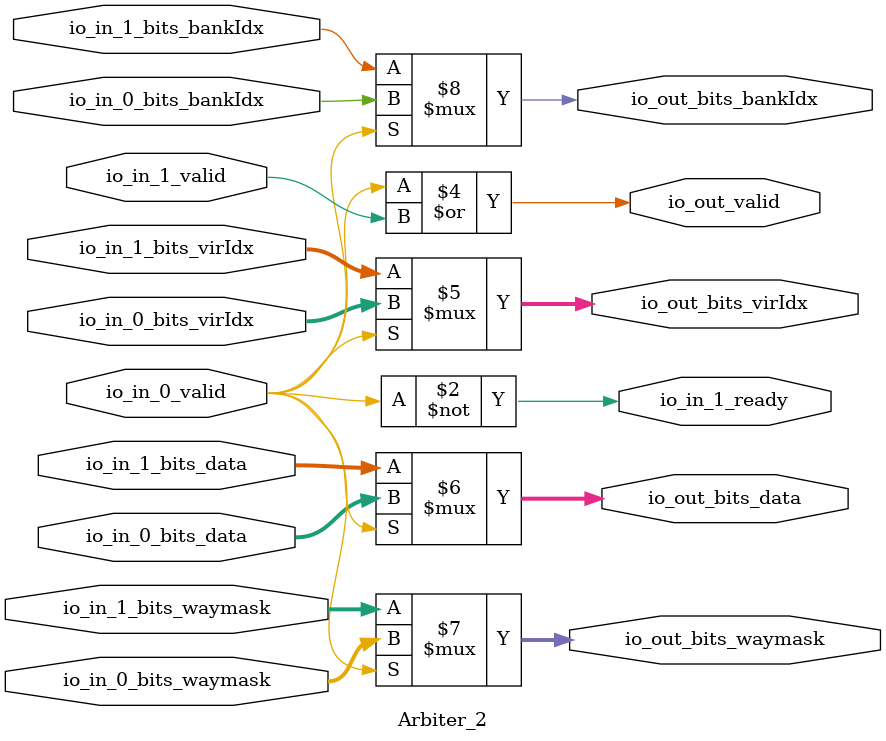
<source format=v>
module Arbiter_2(
  input          io_in_0_valid,
  input  [5:0]   io_in_0_bits_virIdx,
  input  [511:0] io_in_0_bits_data,
  input  [7:0]   io_in_0_bits_waymask,
  input          io_in_0_bits_bankIdx,
  output         io_in_1_ready,
  input          io_in_1_valid,
  input  [5:0]   io_in_1_bits_virIdx,
  input  [511:0] io_in_1_bits_data,
  input  [7:0]   io_in_1_bits_waymask,
  input          io_in_1_bits_bankIdx,
  output         io_out_valid,
  output [5:0]   io_out_bits_virIdx,
  output [511:0] io_out_bits_data,
  output [7:0]   io_out_bits_waymask,
  output         io_out_bits_bankIdx
);
  wire  grant_1 = ~io_in_0_valid; // @[Arbiter.scala 46:78]
  assign io_in_1_ready = ~io_in_0_valid; // @[Arbiter.scala 46:78]
  assign io_out_valid = ~grant_1 | io_in_1_valid; // @[Arbiter.scala 150:31]
  assign io_out_bits_virIdx = io_in_0_valid ? io_in_0_bits_virIdx : io_in_1_bits_virIdx; // @[Arbiter.scala 139:15 141:26 143:19]
  assign io_out_bits_data = io_in_0_valid ? io_in_0_bits_data : io_in_1_bits_data; // @[Arbiter.scala 139:15 141:26 143:19]
  assign io_out_bits_waymask = io_in_0_valid ? io_in_0_bits_waymask : io_in_1_bits_waymask; // @[Arbiter.scala 139:15 141:26 143:19]
  assign io_out_bits_bankIdx = io_in_0_valid ? io_in_0_bits_bankIdx : io_in_1_bits_bankIdx; // @[Arbiter.scala 139:15 141:26 143:19]
endmodule


</source>
